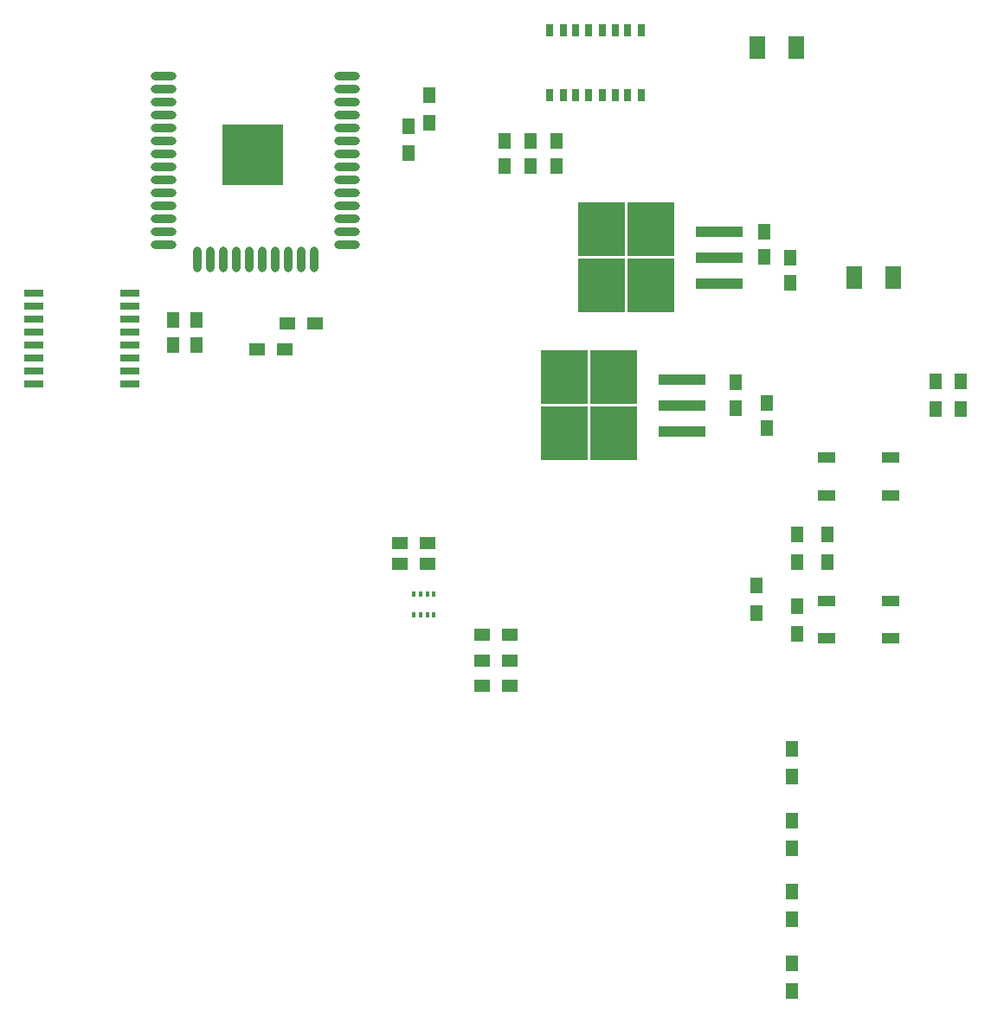
<source format=gtp>
G04 #@! TF.FileFunction,Paste,Top*
%FSLAX46Y46*%
G04 Gerber Fmt 4.6, Leading zero omitted, Abs format (unit mm)*
G04 Created by KiCad (PCBNEW 4.0.7) date 11/23/17 20:16:03*
%MOMM*%
%LPD*%
G01*
G04 APERTURE LIST*
%ADD10C,0.100000*%
%ADD11R,1.600200X2.199640*%
%ADD12R,1.925000X0.650000*%
%ADD13R,1.250000X1.500000*%
%ADD14R,1.300000X1.500000*%
%ADD15R,1.500000X1.300000*%
%ADD16R,1.800000X1.100000*%
%ADD17O,2.500000X0.900000*%
%ADD18O,0.900000X2.500000*%
%ADD19R,6.000000X6.000000*%
%ADD20R,4.600000X1.100000*%
%ADD21R,4.550000X5.250000*%
%ADD22R,0.800000X1.300000*%
%ADD23R,0.350000X0.500000*%
G04 APERTURE END LIST*
D10*
D11*
X190600080Y-48000000D03*
X194399920Y-48000000D03*
X200100080Y-70500000D03*
X203899920Y-70500000D03*
D12*
X119788000Y-72055000D03*
X119788000Y-73325000D03*
X119788000Y-74595000D03*
X119788000Y-75865000D03*
X119788000Y-77135000D03*
X119788000Y-78405000D03*
X119788000Y-79675000D03*
X119788000Y-80945000D03*
X129212000Y-80945000D03*
X129212000Y-79675000D03*
X129212000Y-78405000D03*
X129212000Y-77135000D03*
X129212000Y-75865000D03*
X129212000Y-74595000D03*
X129212000Y-73325000D03*
X129212000Y-72055000D03*
D13*
X165880000Y-59620000D03*
X165880000Y-57120000D03*
X170960000Y-59620000D03*
X170960000Y-57120000D03*
X191500000Y-85250000D03*
X191500000Y-82750000D03*
X168420000Y-59620000D03*
X168420000Y-57120000D03*
X188500000Y-80750000D03*
X188500000Y-83250000D03*
X135763000Y-74632500D03*
X135763000Y-77132500D03*
X193820000Y-71050000D03*
X193820000Y-68550000D03*
X191280000Y-66010000D03*
X191280000Y-68510000D03*
X133413500Y-74632500D03*
X133413500Y-77132500D03*
D14*
X190500000Y-100650000D03*
X190500000Y-103350000D03*
X194500000Y-102650000D03*
X194500000Y-105350000D03*
X194500000Y-95650000D03*
X194500000Y-98350000D03*
X197500000Y-98350000D03*
X197500000Y-95650000D03*
D15*
X163650000Y-105500000D03*
X166350000Y-105500000D03*
X163650000Y-108000000D03*
X166350000Y-108000000D03*
X163650000Y-110500000D03*
X166350000Y-110500000D03*
X144350000Y-77500000D03*
X141650000Y-77500000D03*
X147350000Y-75000000D03*
X144650000Y-75000000D03*
D14*
X194000000Y-116650000D03*
X194000000Y-119350000D03*
X194000000Y-123650000D03*
X194000000Y-126350000D03*
X194000000Y-130650000D03*
X194000000Y-133350000D03*
X194000000Y-137650000D03*
X194000000Y-140350000D03*
D16*
X203600000Y-105850000D03*
X197400000Y-105850000D03*
X203600000Y-102150000D03*
X197400000Y-102150000D03*
X203600000Y-91850000D03*
X197400000Y-91850000D03*
X203600000Y-88150000D03*
X197400000Y-88150000D03*
D17*
X150500000Y-50750000D03*
X150500000Y-52020000D03*
X150500000Y-53290000D03*
X150500000Y-54560000D03*
X150500000Y-55830000D03*
X150500000Y-57100000D03*
X150500000Y-58370000D03*
X150500000Y-59640000D03*
X150500000Y-60910000D03*
X150500000Y-62180000D03*
X150500000Y-63450000D03*
X150500000Y-64720000D03*
X150500000Y-65990000D03*
X150500000Y-67260000D03*
D18*
X147215000Y-68750000D03*
X145945000Y-68750000D03*
X144675000Y-68750000D03*
X143405000Y-68750000D03*
X142135000Y-68750000D03*
X140865000Y-68750000D03*
X139595000Y-68750000D03*
X138325000Y-68750000D03*
X137055000Y-68750000D03*
X135785000Y-68750000D03*
D17*
X132500000Y-67260000D03*
X132500000Y-65990000D03*
X132500000Y-64720000D03*
X132500000Y-63450000D03*
X132500000Y-62180000D03*
X132500000Y-60910000D03*
X132500000Y-59640000D03*
X132500000Y-58370000D03*
X132500000Y-57100000D03*
X132500000Y-55830000D03*
X132500000Y-54560000D03*
X132500000Y-53290000D03*
X132500000Y-52020000D03*
X132500000Y-50750000D03*
D19*
X141200000Y-58450000D03*
D20*
X183275000Y-85540000D03*
X183275000Y-83000000D03*
X183275000Y-80460000D03*
D21*
X171700000Y-80225000D03*
X176550000Y-85775000D03*
X171700000Y-85775000D03*
X176550000Y-80225000D03*
D22*
X170320000Y-52630000D03*
X171600000Y-52630000D03*
X172860000Y-52630000D03*
X174130000Y-52630000D03*
X175410000Y-52630000D03*
X176680000Y-52630000D03*
X177940000Y-52630000D03*
X179220000Y-52630000D03*
X179220000Y-46330000D03*
X177940000Y-46330000D03*
X176680000Y-46330000D03*
X175410000Y-46330000D03*
X174130000Y-46330000D03*
X172860000Y-46330000D03*
X171600000Y-46330000D03*
X170320000Y-46330000D03*
D20*
X186895000Y-71070000D03*
X186895000Y-68530000D03*
X186895000Y-65990000D03*
D21*
X175320000Y-65755000D03*
X180170000Y-71305000D03*
X175320000Y-71305000D03*
X180170000Y-65755000D03*
D14*
X156500000Y-55650000D03*
X156500000Y-58350000D03*
X158500000Y-55350000D03*
X158500000Y-52650000D03*
D15*
X158350000Y-96500000D03*
X155650000Y-96500000D03*
X158350000Y-98500000D03*
X155650000Y-98500000D03*
D23*
X158975000Y-101475000D03*
X158325000Y-101475000D03*
X157675000Y-101475000D03*
X157025000Y-101475000D03*
X157025000Y-103525000D03*
X157675000Y-103525000D03*
X158325000Y-103525000D03*
X158975000Y-103525000D03*
D14*
X210500000Y-80650000D03*
X210500000Y-83350000D03*
X208000000Y-80650000D03*
X208000000Y-83350000D03*
M02*

</source>
